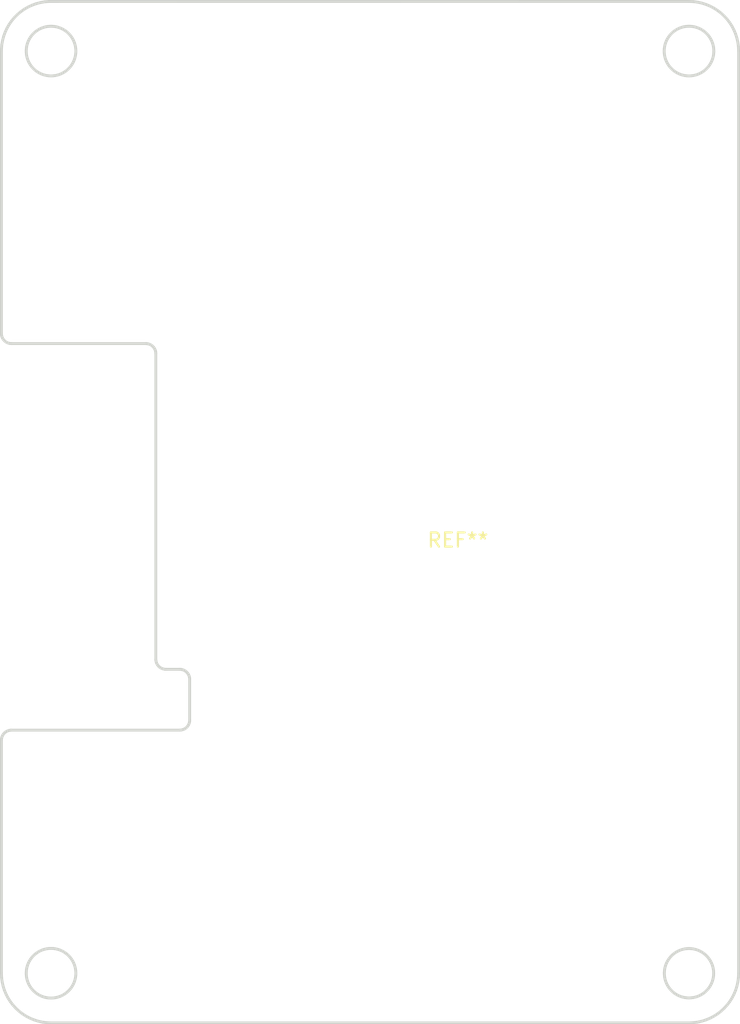
<source format=kicad_pcb>
(kicad_pcb (version 20171130) (host pcbnew "(5.1.9)-1")

  (general
    (thickness 1.6)
    (drawings 0)
    (tracks 0)
    (zones 0)
    (modules 1)
    (nets 1)
  )

  (page A4)
  (layers
    (0 F.Cu signal)
    (31 B.Cu signal)
    (32 B.Adhes user)
    (33 F.Adhes user)
    (34 B.Paste user)
    (35 F.Paste user)
    (36 B.SilkS user)
    (37 F.SilkS user)
    (38 B.Mask user)
    (39 F.Mask user)
    (40 Dwgs.User user)
    (41 Cmts.User user)
    (42 Eco1.User user)
    (43 Eco2.User user)
    (44 Edge.Cuts user)
    (45 Margin user)
    (46 B.CrtYd user)
    (47 F.CrtYd user)
    (48 B.Fab user)
    (49 F.Fab user)
  )

  (setup
    (last_trace_width 0.25)
    (trace_clearance 0.2)
    (zone_clearance 0.508)
    (zone_45_only no)
    (trace_min 0.2)
    (via_size 0.8)
    (via_drill 0.4)
    (via_min_size 0.4)
    (via_min_drill 0.3)
    (uvia_size 0.3)
    (uvia_drill 0.1)
    (uvias_allowed no)
    (uvia_min_size 0.2)
    (uvia_min_drill 0.1)
    (edge_width 0.05)
    (segment_width 0.2)
    (pcb_text_width 0.3)
    (pcb_text_size 1.5 1.5)
    (mod_edge_width 0.12)
    (mod_text_size 1 1)
    (mod_text_width 0.15)
    (pad_size 1.524 1.524)
    (pad_drill 0.762)
    (pad_to_mask_clearance 0)
    (aux_axis_origin 0 0)
    (visible_elements FFFFFF7F)
    (pcbplotparams
      (layerselection 0x010fc_ffffffff)
      (usegerberextensions false)
      (usegerberattributes true)
      (usegerberadvancedattributes true)
      (creategerberjobfile true)
      (excludeedgelayer true)
      (linewidth 0.100000)
      (plotframeref false)
      (viasonmask false)
      (mode 1)
      (useauxorigin false)
      (hpglpennumber 1)
      (hpglpenspeed 20)
      (hpglpendiameter 15.000000)
      (psnegative false)
      (psa4output false)
      (plotreference true)
      (plotvalue true)
      (plotinvisibletext false)
      (padsonsilk false)
      (subtractmaskfromsilk false)
      (outputformat 1)
      (mirror false)
      (drillshape 1)
      (scaleselection 1)
      (outputdirectory ""))
  )

  (net 0 "")

  (net_class Default "This is the default net class."
    (clearance 0.2)
    (trace_width 0.25)
    (via_dia 0.8)
    (via_drill 0.4)
    (uvia_dia 0.3)
    (uvia_drill 0.1)
  )

  (module AVA_top:ava_top_r1 (layer F.Cu) (tedit 6032BBF5) (tstamp 6033900A)
    (at 152.4 101.6)
    (fp_text reference REF** (at 0 0.5) (layer F.SilkS)
      (effects (font (size 1 1) (thickness 0.15)))
    )
    (fp_text value ava_top_r1 (at 0 -0.5) (layer F.Fab)
      (effects (font (size 1 1) (thickness 0.15)))
    )
    (fp_line (start 16.908143 -37.420478) (end 16.605418 -37.460334) (layer Edge.Cuts) (width 0.2))
    (fp_line (start 16.605418 -37.460334) (end 16.300375 -37.473653) (layer Edge.Cuts) (width 0.2))
    (fp_line (start 19.786803 31.331147) (end 19.800121 31.026103) (layer Edge.Cuts) (width 0.2))
    (fp_line (start 16.300375 -37.473653) (end 16.300125 -37.473653) (layer Edge.Cuts) (width 0.2))
    (fp_line (start -31.9888 32.223178) (end -31.871954 32.505269) (layer Edge.Cuts) (width 0.2))
    (fp_line (start 17.779287 34.198181) (end 18.050125 34.057194) (layer Edge.Cuts) (width 0.2))
    (fp_line (start 16.300125 -37.473653) (end -28.852835 -37.470553) (layer Edge.Cuts) (width 0.2))
    (fp_line (start -32.146704 31.633875) (end -32.080616 31.931972) (layer Edge.Cuts) (width 0.2))
    (fp_line (start -28.852835 -37.470553) (end -29.157007 -37.443915) (layer Edge.Cuts) (width 0.2))
    (fp_line (start -29.157007 -37.443915) (end -29.4577 -37.390869) (layer Edge.Cuts) (width 0.2))
    (fp_line (start 16.907893 34.472935) (end 17.20599 34.406847) (layer Edge.Cuts) (width 0.2))
    (fp_line (start 18.774996 33.500978) (end 18.981278 33.27586) (layer Edge.Cuts) (width 0.2))
    (fp_line (start 18.981278 33.27586) (end 19.167156 33.033622) (layer Edge.Cuts) (width 0.2))
    (fp_line (start 19.167156 33.033622) (end 19.331212 32.776103) (layer Edge.Cuts) (width 0.2))
    (fp_line (start 19.589293 -35.170715) (end 19.472446 -35.452809) (layer Edge.Cuts) (width 0.2))
    (fp_line (start 18.775246 -36.448519) (end 18.550128 -36.654803) (layer Edge.Cuts) (width 0.2))
    (fp_line (start 19.331212 32.776103) (end 19.4722 32.505269) (layer Edge.Cuts) (width 0.2))
    (fp_line (start 18.981528 -36.223403) (end 18.775246 -36.448519) (layer Edge.Cuts) (width 0.2))
    (fp_line (start 18.30789 -36.840681) (end 18.050375 -37.004737) (layer Edge.Cuts) (width 0.2))
    (fp_line (start 19.472446 -35.452809) (end 19.331459 -35.723644) (layer Edge.Cuts) (width 0.2))
    (fp_line (start 17.20599 34.406847) (end 17.497196 34.315028) (layer Edge.Cuts) (width 0.2))
    (fp_line (start 17.497196 34.315028) (end 17.779287 34.198181) (layer Edge.Cuts) (width 0.2))
    (fp_line (start -29.004919 34.512788) (end -28.699875 34.526106) (layer Edge.Cuts) (width 0.2))
    (fp_line (start -31.871954 32.505269) (end -31.730963 32.776106) (layer Edge.Cuts) (width 0.2))
    (fp_line (start -32.186557 31.33115) (end -32.146704 31.633875) (layer Edge.Cuts) (width 0.2))
    (fp_line (start -31.17475 33.500981) (end -30.949632 33.707263) (layer Edge.Cuts) (width 0.2))
    (fp_line (start 18.050375 -37.004737) (end 17.779537 -37.145725) (layer Edge.Cuts) (width 0.2))
    (fp_line (start 18.550128 -36.654803) (end 18.30789 -36.840681) (layer Edge.Cuts) (width 0.2))
    (fp_line (start 18.549881 33.70726) (end 18.774996 33.500978) (layer Edge.Cuts) (width 0.2))
    (fp_line (start 19.747193 -34.581412) (end 19.681109 -34.879509) (layer Edge.Cuts) (width 0.2))
    (fp_line (start -29.4577 -37.390869) (end -29.752625 -37.311819) (layer Edge.Cuts) (width 0.2))
    (fp_line (start -29.752625 -37.311819) (end -30.039538 -37.207362) (layer Edge.Cuts) (width 0.2))
    (fp_line (start -30.707394 33.893138) (end -30.449875 34.057194) (layer Edge.Cuts) (width 0.2))
    (fp_line (start -30.039538 -37.207362) (end -30.316257 -37.0783) (layer Edge.Cuts) (width 0.2))
    (fp_line (start -32.080616 31.931972) (end -31.9888 32.223178) (layer Edge.Cuts) (width 0.2))
    (fp_line (start -29.896947 34.315031) (end -29.605741 34.406847) (layer Edge.Cuts) (width 0.2))
    (fp_line (start -31.566907 33.033625) (end -31.381032 33.275863) (layer Edge.Cuts) (width 0.2))
    (fp_line (start 16.300125 34.526106) (end 16.605168 34.512788) (layer Edge.Cuts) (width 0.2))
    (fp_line (start 16.605168 34.512788) (end 16.907893 34.472935) (layer Edge.Cuts) (width 0.2))
    (fp_line (start -31.381032 33.275863) (end -31.17475 33.500981) (layer Edge.Cuts) (width 0.2))
    (fp_line (start 18.050125 34.057194) (end 18.30764 33.893138) (layer Edge.Cuts) (width 0.2))
    (fp_line (start 19.4722 32.505269) (end 19.589046 32.223175) (layer Edge.Cuts) (width 0.2))
    (fp_line (start 19.589046 32.223175) (end 19.680862 31.931969) (layer Edge.Cuts) (width 0.2))
    (fp_line (start -28.699875 34.526106) (end 16.300125 34.526106) (layer Edge.Cuts) (width 0.2))
    (fp_line (start -30.449875 34.057194) (end -30.179038 34.198185) (layer Edge.Cuts) (width 0.2))
    (fp_line (start -30.179038 34.198185) (end -29.896947 34.315031) (layer Edge.Cuts) (width 0.2))
    (fp_line (start 19.680862 31.931969) (end 19.74695 31.633872) (layer Edge.Cuts) (width 0.2))
    (fp_line (start 19.800121 31.026103) (end 19.800125 31.023666) (layer Edge.Cuts) (width 0.2))
    (fp_line (start 19.800125 31.023666) (end 19.800365 -33.973644) (layer Edge.Cuts) (width 0.2))
    (fp_line (start -32.199875 31.026106) (end -32.186557 31.33115) (layer Edge.Cuts) (width 0.2))
    (fp_line (start -29.605741 34.406847) (end -29.307644 34.472935) (layer Edge.Cuts) (width 0.2))
    (fp_line (start -30.949632 33.707263) (end -30.707394 33.893138) (layer Edge.Cuts) (width 0.2))
    (fp_line (start -29.307644 34.472935) (end -29.004919 34.512788) (layer Edge.Cuts) (width 0.2))
    (fp_line (start -31.730963 32.776106) (end -31.566907 33.033625) (layer Edge.Cuts) (width 0.2))
    (fp_line (start 18.30764 33.893138) (end 18.549881 33.70726) (layer Edge.Cuts) (width 0.2))
    (fp_line (start 19.800365 -33.973644) (end 19.787046 -34.278687) (layer Edge.Cuts) (width 0.2))
    (fp_line (start 19.681109 -34.879509) (end 19.589293 -35.170715) (layer Edge.Cuts) (width 0.2))
    (fp_line (start 19.787046 -34.278687) (end 19.747193 -34.581412) (layer Edge.Cuts) (width 0.2))
    (fp_line (start 19.74695 31.633872) (end 19.786803 31.331147) (layer Edge.Cuts) (width 0.2))
    (fp_line (start 19.331459 -35.723644) (end 19.167403 -35.981162) (layer Edge.Cuts) (width 0.2))
    (fp_line (start 19.167403 -35.981162) (end 18.981528 -36.223403) (layer Edge.Cuts) (width 0.2))
    (fp_line (start 17.779537 -37.145725) (end 17.497443 -37.262575) (layer Edge.Cuts) (width 0.2))
    (fp_line (start 17.497443 -37.262575) (end 17.20624 -37.35439) (layer Edge.Cuts) (width 0.2))
    (fp_line (start 17.20624 -37.35439) (end 16.908143 -37.420478) (layer Edge.Cuts) (width 0.2))
    (fp_line (start -32.133625 -13.764465) (end -32.105141 -13.70975) (layer Edge.Cuts) (width 0.2))
    (fp_line (start -32.189132 -13.940515) (end -32.175782 -13.88029) (layer Edge.Cuts) (width 0.2))
    (fp_line (start -30.580672 -36.925609) (end -30.830772 -36.750456) (layer Edge.Cuts) (width 0.2))
    (fp_line (start -31.898347 -13.484072) (end -31.846322 -13.450928) (layer Edge.Cuts) (width 0.2))
    (fp_line (start -30.316257 -37.0783) (end -30.580672 -36.925609) (layer Edge.Cuts) (width 0.2))
    (fp_line (start -31.554394 -13.358884) (end -31.492766 -13.356194) (layer Edge.Cuts) (width 0.2))
    (fp_line (start -32.037975 -35.026087) (end -32.116979 -34.731147) (layer Edge.Cuts) (width 0.2))
    (fp_line (start -31.615554 -13.366937) (end -31.554394 -13.358884) (layer Edge.Cuts) (width 0.2))
    (fp_line (start -21.891969 -13.34545) (end -21.831744 -13.332097) (layer Edge.Cuts) (width 0.2))
    (fp_line (start -21.283563 9.07931) (end -21.265013 9.138144) (layer Edge.Cuts) (width 0.2))
    (fp_line (start -21.265013 9.138144) (end -21.241407 9.195135) (layer Edge.Cuts) (width 0.2))
    (fp_line (start -22.014757 -13.356194) (end -21.953129 -13.353503) (layer Edge.Cuts) (width 0.2))
    (fp_line (start -21.241407 9.195135) (end -21.212922 9.24985) (layer Edge.Cuts) (width 0.2))
    (fp_line (start -21.307657 8.896297) (end -21.304966 8.957925) (layer Edge.Cuts) (width 0.2))
    (fp_line (start -21.179779 9.301878) (end -21.142225 9.350819) (layer Edge.Cuts) (width 0.2))
    (fp_line (start -21.953129 -13.353503) (end -21.891969 -13.34545) (layer Edge.Cuts) (width 0.2))
    (fp_line (start -31.933569 -35.313019) (end -32.037975 -35.026087) (layer Edge.Cuts) (width 0.2))
    (fp_line (start -21.560238 -13.190759) (end -21.51476 -13.149081) (layer Edge.Cuts) (width 0.2))
    (fp_line (start -32.175782 -13.88029) (end -32.157232 -13.821456) (layer Edge.Cuts) (width 0.2))
    (fp_line (start -31.476791 -36.104328) (end -31.651904 -35.854197) (layer Edge.Cuts) (width 0.2))
    (fp_line (start -21.51476 -13.149081) (end -21.473085 -13.103603) (layer Edge.Cuts) (width 0.2))
    (fp_line (start -21.715922 -13.28994) (end -21.661204 -13.261456) (layer Edge.Cuts) (width 0.2))
    (fp_line (start -31.280544 -36.338247) (end -31.476791 -36.104328) (layer Edge.Cuts) (width 0.2))
    (fp_line (start -32.199875 -14.063303) (end -32.197185 -14.001675) (layer Edge.Cuts) (width 0.2))
    (fp_line (start -31.80455 -35.589756) (end -31.933569 -35.313019) (layer Edge.Cuts) (width 0.2))
    (fp_line (start -31.734613 -13.398837) (end -31.675779 -13.380287) (layer Edge.Cuts) (width 0.2))
    (fp_line (start -21.402388 -13.002634) (end -21.373904 -12.947919) (layer Edge.Cuts) (width 0.2))
    (fp_line (start -31.947288 -13.521625) (end -31.898347 -13.484072) (layer Edge.Cuts) (width 0.2))
    (fp_line (start -21.350297 -12.890925) (end -21.33175 -12.832094) (layer Edge.Cuts) (width 0.2))
    (fp_line (start -21.318397 -12.771869) (end -21.310347 -12.710709) (layer Edge.Cuts) (width 0.2))
    (fp_line (start -21.435532 -13.054662) (end -21.402388 -13.002634) (layer Edge.Cuts) (width 0.2))
    (fp_line (start -21.307657 -12.649084) (end -21.307657 8.896297) (layer Edge.Cuts) (width 0.2))
    (fp_line (start -31.651904 -35.854197) (end -31.80455 -35.589756) (layer Edge.Cuts) (width 0.2))
    (fp_line (start -30.830772 -36.750456) (end -31.06466 -36.554169) (layer Edge.Cuts) (width 0.2))
    (fp_line (start -32.071997 -13.657722) (end -32.034444 -13.608781) (layer Edge.Cuts) (width 0.2))
    (fp_line (start -31.675779 -13.380287) (end -31.615554 -13.366937) (layer Edge.Cuts) (width 0.2))
    (fp_line (start -21.33175 -12.832094) (end -21.318397 -12.771869) (layer Edge.Cuts) (width 0.2))
    (fp_line (start -21.304966 8.957925) (end -21.296913 9.019085) (layer Edge.Cuts) (width 0.2))
    (fp_line (start -31.992769 -13.5633) (end -31.947288 -13.521625) (layer Edge.Cuts) (width 0.2))
    (fp_line (start -21.212922 9.24985) (end -21.179779 9.301878) (layer Edge.Cuts) (width 0.2))
    (fp_line (start -21.10055 9.3963) (end -21.055069 9.437975) (layer Edge.Cuts) (width 0.2))
    (fp_line (start -32.034444 -13.608781) (end -31.992769 -13.5633) (layer Edge.Cuts) (width 0.2))
    (fp_line (start -21.055069 9.437975) (end -21.006129 9.475528) (layer Edge.Cuts) (width 0.2))
    (fp_line (start -32.169972 -34.430447) (end -32.19656 -34.126272) (layer Edge.Cuts) (width 0.2))
    (fp_line (start -31.791604 -13.422444) (end -31.734613 -13.398837) (layer Edge.Cuts) (width 0.2))
    (fp_line (start -21.831744 -13.332097) (end -21.772913 -13.313547) (layer Edge.Cuts) (width 0.2))
    (fp_line (start -32.105141 -13.70975) (end -32.071997 -13.657722) (layer Edge.Cuts) (width 0.2))
    (fp_line (start -31.06466 -36.554169) (end -31.280544 -36.338247) (layer Edge.Cuts) (width 0.2))
    (fp_line (start -32.116979 -34.731147) (end -32.169972 -34.430447) (layer Edge.Cuts) (width 0.2))
    (fp_line (start -32.199875 -33.973894) (end -32.199875 -14.063303) (layer Edge.Cuts) (width 0.2))
    (fp_line (start -32.19656 -34.126272) (end -32.199875 -33.973894) (layer Edge.Cuts) (width 0.2))
    (fp_line (start -21.661204 -13.261456) (end -21.609179 -13.228312) (layer Edge.Cuts) (width 0.2))
    (fp_line (start -32.157232 -13.821456) (end -32.133625 -13.764465) (layer Edge.Cuts) (width 0.2))
    (fp_line (start -21.609179 -13.228312) (end -21.560238 -13.190759) (layer Edge.Cuts) (width 0.2))
    (fp_line (start -21.373904 -12.947919) (end -21.350297 -12.890925) (layer Edge.Cuts) (width 0.2))
    (fp_line (start -21.310347 -12.710709) (end -21.307657 -12.649084) (layer Edge.Cuts) (width 0.2))
    (fp_line (start -31.492766 -13.356194) (end -22.014757 -13.356194) (layer Edge.Cuts) (width 0.2))
    (fp_line (start -21.772913 -13.313547) (end -21.715922 -13.28994) (layer Edge.Cuts) (width 0.2))
    (fp_line (start -21.473085 -13.103603) (end -21.435532 -13.054662) (layer Edge.Cuts) (width 0.2))
    (fp_line (start -21.296913 9.019085) (end -21.283563 9.07931) (layer Edge.Cuts) (width 0.2))
    (fp_line (start -21.142225 9.350819) (end -21.10055 9.3963) (layer Edge.Cuts) (width 0.2))
    (fp_line (start -32.197185 -14.001675) (end -32.189132 -13.940515) (layer Edge.Cuts) (width 0.2))
    (fp_line (start -31.846322 -13.450928) (end -31.791604 -13.422444) (layer Edge.Cuts) (width 0.2))
    (fp_line (start -21.006129 9.475528) (end -20.954104 9.508672) (layer Edge.Cuts) (width 0.2))
    (fp_line (start -31.554394 13.894056) (end -31.615554 13.90211) (layer Edge.Cuts) (width 0.2))
    (fp_line (start -19.327688 13.825119) (end -19.384682 13.848725) (layer Edge.Cuts) (width 0.2))
    (fp_line (start -18.93016 10.187728) (end -18.922107 10.248888) (layer Edge.Cuts) (width 0.2))
    (fp_line (start -18.922107 13.245894) (end -18.93016 13.307053) (layer Edge.Cuts) (width 0.2))
    (fp_line (start -31.734613 13.93401) (end -31.791604 13.957616) (layer Edge.Cuts) (width 0.2))
    (fp_line (start -31.846319 13.9861) (end -31.898347 14.019244) (layer Edge.Cuts) (width 0.2))
    (fp_line (start -19.327688 9.669656) (end -19.272972 9.698141) (layer Edge.Cuts) (width 0.2))
    (fp_line (start -18.919416 10.310516) (end -18.919416 13.184266) (layer Edge.Cuts) (width 0.2))
    (fp_line (start -31.675779 13.91546) (end -31.734613 13.93401) (layer Edge.Cuts) (width 0.2))
    (fp_line (start -31.947288 14.056797) (end -31.992769 14.098472) (layer Edge.Cuts) (width 0.2))
    (fp_line (start -18.94351 10.127503) (end -18.93016 10.187728) (layer Edge.Cuts) (width 0.2))
    (fp_line (start -32.071997 14.192894) (end -32.105141 14.244919) (layer Edge.Cuts) (width 0.2))
    (fp_line (start -19.384682 13.848725) (end -19.443513 13.867275) (layer Edge.Cuts) (width 0.2))
    (fp_line (start -31.992769 14.098472) (end -32.034444 14.143953) (layer Edge.Cuts) (width 0.2))
    (fp_line (start -32.034444 14.143953) (end -32.071997 14.192894) (layer Edge.Cuts) (width 0.2))
    (fp_line (start -32.105141 14.244919) (end -32.133625 14.299638) (layer Edge.Cuts) (width 0.2))
    (fp_line (start -18.985669 13.4831) (end -19.01415 13.537819) (layer Edge.Cuts) (width 0.2))
    (fp_line (start -19.626525 9.603406) (end -19.564897 9.606097) (layer Edge.Cuts) (width 0.2))
    (fp_line (start -19.01415 13.537819) (end -19.047297 13.589844) (layer Edge.Cuts) (width 0.2))
    (fp_line (start -19.503738 9.61415) (end -19.443513 9.6275) (layer Edge.Cuts) (width 0.2))
    (fp_line (start -18.94351 13.367278) (end -18.96206 13.42611) (layer Edge.Cuts) (width 0.2))
    (fp_line (start -19.564897 13.888678) (end -19.626525 13.891366) (layer Edge.Cuts) (width 0.2))
    (fp_line (start -20.662175 9.600716) (end -20.600544 9.603406) (layer Edge.Cuts) (width 0.2))
    (fp_line (start -19.626525 13.891366) (end -31.492766 13.891366) (layer Edge.Cuts) (width 0.2))
    (fp_line (start -31.615554 13.90211) (end -31.675779 13.91546) (layer Edge.Cuts) (width 0.2))
    (fp_line (start -31.898347 14.019244) (end -31.947288 14.056797) (layer Edge.Cuts) (width 0.2))
    (fp_line (start -19.172004 9.768838) (end -19.126522 9.810513) (layer Edge.Cuts) (width 0.2))
    (fp_line (start -18.919416 13.184266) (end -18.922107 13.245894) (layer Edge.Cuts) (width 0.2))
    (fp_line (start -18.96206 10.068669) (end -18.94351 10.127503) (layer Edge.Cuts) (width 0.2))
    (fp_line (start -20.954104 9.508672) (end -20.899385 9.537156) (layer Edge.Cuts) (width 0.2))
    (fp_line (start -19.220944 13.763491) (end -19.272972 13.796638) (layer Edge.Cuts) (width 0.2))
    (fp_line (start -32.133625 14.299638) (end -32.157232 14.356628) (layer Edge.Cuts) (width 0.2))
    (fp_line (start -32.157232 14.356628) (end -32.175782 14.415463) (layer Edge.Cuts) (width 0.2))
    (fp_line (start -19.126522 9.810513) (end -19.084847 9.855994) (layer Edge.Cuts) (width 0.2))
    (fp_line (start -18.985666 10.011678) (end -18.96206 10.068669) (layer Edge.Cuts) (width 0.2))
    (fp_line (start -19.384679 9.64605) (end -19.327688 9.669656) (layer Edge.Cuts) (width 0.2))
    (fp_line (start -32.175782 14.415463) (end -32.189132 14.475688) (layer Edge.Cuts) (width 0.2))
    (fp_line (start -32.189132 14.475688) (end -32.197185 14.536847) (layer Edge.Cuts) (width 0.2))
    (fp_line (start -31.492766 13.891366) (end -31.554394 13.894056) (layer Edge.Cuts) (width 0.2))
    (fp_line (start -18.96206 13.42611) (end -18.985669 13.4831) (layer Edge.Cuts) (width 0.2))
    (fp_line (start -19.272972 13.796638) (end -19.327688 13.825119) (layer Edge.Cuts) (width 0.2))
    (fp_line (start -32.199875 14.598475) (end -32.199875 31.026106) (layer Edge.Cuts) (width 0.2))
    (fp_line (start -20.842394 9.560763) (end -20.78356 9.579313) (layer Edge.Cuts) (width 0.2))
    (fp_line (start -19.443513 9.6275) (end -19.384679 9.64605) (layer Edge.Cuts) (width 0.2))
    (fp_line (start -19.220944 9.731285) (end -19.172004 9.768838) (layer Edge.Cuts) (width 0.2))
    (fp_line (start -19.564897 9.606097) (end -19.503738 9.61415) (layer Edge.Cuts) (width 0.2))
    (fp_line (start -19.01415 9.95696) (end -18.985666 10.011678) (layer Edge.Cuts) (width 0.2))
    (fp_line (start -31.791604 13.957616) (end -31.846319 13.9861) (layer Edge.Cuts) (width 0.2))
    (fp_line (start -32.197185 14.536847) (end -32.199875 14.598475) (layer Edge.Cuts) (width 0.2))
    (fp_line (start -19.08485 13.638785) (end -19.126525 13.684266) (layer Edge.Cuts) (width 0.2))
    (fp_line (start -20.723335 9.592663) (end -20.662175 9.600716) (layer Edge.Cuts) (width 0.2))
    (fp_line (start -20.78356 9.579313) (end -20.723335 9.592663) (layer Edge.Cuts) (width 0.2))
    (fp_line (start -19.047297 13.589844) (end -19.08485 13.638785) (layer Edge.Cuts) (width 0.2))
    (fp_line (start -20.899385 9.537156) (end -20.842394 9.560763) (layer Edge.Cuts) (width 0.2))
    (fp_line (start -20.600544 9.603406) (end -19.626525 9.603406) (layer Edge.Cuts) (width 0.2))
    (fp_line (start -19.047294 9.904935) (end -19.01415 9.95696) (layer Edge.Cuts) (width 0.2))
    (fp_line (start -19.084847 9.855994) (end -19.047294 9.904935) (layer Edge.Cuts) (width 0.2))
    (fp_line (start -18.922107 10.248888) (end -18.919416 10.310516) (layer Edge.Cuts) (width 0.2))
    (fp_line (start -18.93016 13.307053) (end -18.94351 13.367278) (layer Edge.Cuts) (width 0.2))
    (fp_line (start -19.126525 13.684266) (end -19.172007 13.725941) (layer Edge.Cuts) (width 0.2))
    (fp_line (start -19.172007 13.725941) (end -19.220944 13.763491) (layer Edge.Cuts) (width 0.2))
    (fp_line (start -19.272972 9.698141) (end -19.220944 9.731285) (layer Edge.Cuts) (width 0.2))
    (fp_line (start -19.443513 13.867275) (end -19.503738 13.880628) (layer Edge.Cuts) (width 0.2))
    (fp_line (start -19.503738 13.880628) (end -19.564897 13.888678) (layer Edge.Cuts) (width 0.2))
    (fp_line (start 15.9048 29.330653) (end 15.794759 29.360138) (layer Edge.Cuts) (width 0.2))
    (fp_line (start 17.778528 30.106775) (end 17.715234 30.012053) (layer Edge.Cuts) (width 0.2))
    (fp_line (start 17.83549 30.205438) (end 17.778528 30.106775) (layer Edge.Cuts) (width 0.2))
    (fp_line (start -32.199875 31.026106) (end -32.199875 31.026106) (layer Edge.Cuts) (width 0.2))
    (fp_line (start 17.885878 30.307613) (end 17.83549 30.205438) (layer Edge.Cuts) (width 0.2))
    (fp_line (start 17.645884 29.921672) (end 17.570768 29.836019) (layer Edge.Cuts) (width 0.2))
    (fp_line (start 16.69545 29.330653) (end 16.583715 29.308428) (layer Edge.Cuts) (width 0.2))
    (fp_line (start 16.583715 29.308428) (end 16.470765 29.293556) (layer Edge.Cuts) (width 0.2))
    (fp_line (start 15.479456 29.490741) (end 15.380793 29.547703) (layer Edge.Cuts) (width 0.2))
    (fp_line (start 18.040125 30.969144) (end 18.032675 30.855466) (layer Edge.Cuts) (width 0.2))
    (fp_line (start 16.357087 29.286106) (end 16.243162 29.286106) (layer Edge.Cuts) (width 0.2))
    (fp_line (start 14.560125 30.969144) (end 14.560125 31.083069) (layer Edge.Cuts) (width 0.2))
    (fp_line (start 14.560125 31.083069) (end 14.567575 31.196747) (layer Edge.Cuts) (width 0.2))
    (fp_line (start 16.243162 29.286106) (end 16.129484 29.293556) (layer Edge.Cuts) (width 0.2))
    (fp_line (start 16.80549 29.360138) (end 16.69545 29.330653) (layer Edge.Cuts) (width 0.2))
    (fp_line (start 18.017803 30.742516) (end 17.995578 30.630781) (layer Edge.Cuts) (width 0.2))
    (fp_line (start 17.715234 30.012053) (end 17.645884 29.921672) (layer Edge.Cuts) (width 0.2))
    (fp_line (start 16.470765 29.293556) (end 16.357087 29.286106) (layer Edge.Cuts) (width 0.2))
    (fp_line (start 15.286071 29.610997) (end 15.19569 29.680347) (layer Edge.Cuts) (width 0.2))
    (fp_line (start 14.954365 29.921672) (end 14.885015 30.012053) (layer Edge.Cuts) (width 0.2))
    (fp_line (start 14.885015 30.012053) (end 14.821721 30.106775) (layer Edge.Cuts) (width 0.2))
    (fp_line (start 14.764759 30.205438) (end 14.714371 30.307613) (layer Edge.Cuts) (width 0.2))
    (fp_line (start 15.794759 29.360138) (end 15.686881 29.396756) (layer Edge.Cuts) (width 0.2))
    (fp_line (start 15.581631 29.440353) (end 15.479456 29.490741) (layer Edge.Cuts) (width 0.2))
    (fp_line (start 14.714371 30.307613) (end 14.670775 30.412863) (layer Edge.Cuts) (width 0.2))
    (fp_line (start 15.110037 29.755463) (end 15.029481 29.836019) (layer Edge.Cuts) (width 0.2))
    (fp_line (start 17.314178 29.610997) (end 17.219456 29.547703) (layer Edge.Cuts) (width 0.2))
    (fp_line (start 14.821721 30.106775) (end 14.764759 30.205438) (layer Edge.Cuts) (width 0.2))
    (fp_line (start 17.018618 29.440353) (end 16.913368 29.396756) (layer Edge.Cuts) (width 0.2))
    (fp_line (start 14.582446 31.309697) (end 14.604671 31.421431) (layer Edge.Cuts) (width 0.2))
    (fp_line (start 14.714371 31.7446) (end 14.764759 31.846775) (layer Edge.Cuts) (width 0.2))
    (fp_line (start 14.764759 31.846775) (end 14.821721 31.945438) (layer Edge.Cuts) (width 0.2))
    (fp_line (start 14.954365 32.130541) (end 15.029481 32.216194) (layer Edge.Cuts) (width 0.2))
    (fp_line (start 17.966093 30.520741) (end 17.929475 30.412863) (layer Edge.Cuts) (width 0.2))
    (fp_line (start 15.19569 29.680347) (end 15.110037 29.755463) (layer Edge.Cuts) (width 0.2))
    (fp_line (start 17.219456 29.547703) (end 17.120793 29.490741) (layer Edge.Cuts) (width 0.2))
    (fp_line (start 16.016534 29.308428) (end 15.9048 29.330653) (layer Edge.Cuts) (width 0.2))
    (fp_line (start 18.032675 30.855466) (end 18.017803 30.742516) (layer Edge.Cuts) (width 0.2))
    (fp_line (start 14.634156 31.531472) (end 14.670775 31.63935) (layer Edge.Cuts) (width 0.2))
    (fp_line (start 14.604671 31.421431) (end 14.634156 31.531472) (layer Edge.Cuts) (width 0.2))
    (fp_line (start 14.670775 31.63935) (end 14.714371 31.7446) (layer Edge.Cuts) (width 0.2))
    (fp_line (start 14.821721 31.945438) (end 14.885015 32.04016) (layer Edge.Cuts) (width 0.2))
    (fp_line (start 17.929475 30.412863) (end 17.885878 30.307613) (layer Edge.Cuts) (width 0.2))
    (fp_line (start 15.029481 29.836019) (end 14.954365 29.921672) (layer Edge.Cuts) (width 0.2))
    (fp_line (start 14.567575 30.855466) (end 14.560125 30.969144) (layer Edge.Cuts) (width 0.2))
    (fp_line (start 14.670775 30.412863) (end 14.634156 30.520741) (layer Edge.Cuts) (width 0.2))
    (fp_line (start 14.567575 31.196747) (end 14.582446 31.309697) (layer Edge.Cuts) (width 0.2))
    (fp_line (start 14.885015 32.04016) (end 14.954365 32.130541) (layer Edge.Cuts) (width 0.2))
    (fp_line (start 17.570768 29.836019) (end 17.490212 29.755463) (layer Edge.Cuts) (width 0.2))
    (fp_line (start 15.029481 32.216194) (end 15.110037 32.29675) (layer Edge.Cuts) (width 0.2))
    (fp_line (start 15.110037 32.29675) (end 15.19569 32.371866) (layer Edge.Cuts) (width 0.2))
    (fp_line (start 15.19569 32.371866) (end 15.286071 32.441216) (layer Edge.Cuts) (width 0.2))
    (fp_line (start 14.634156 30.520741) (end 14.604671 30.630781) (layer Edge.Cuts) (width 0.2))
    (fp_line (start 18.040125 31.083069) (end 18.040125 30.969144) (layer Edge.Cuts) (width 0.2))
    (fp_line (start 16.129484 29.293556) (end 16.016534 29.308428) (layer Edge.Cuts) (width 0.2))
    (fp_line (start 17.490212 29.755463) (end 17.404559 29.680347) (layer Edge.Cuts) (width 0.2))
    (fp_line (start 14.582446 30.742516) (end 14.567575 30.855466) (layer Edge.Cuts) (width 0.2))
    (fp_line (start 17.404559 29.680347) (end 17.314178 29.610997) (layer Edge.Cuts) (width 0.2))
    (fp_line (start 14.604671 30.630781) (end 14.582446 30.742516) (layer Edge.Cuts) (width 0.2))
    (fp_line (start 17.120793 29.490741) (end 17.018618 29.440353) (layer Edge.Cuts) (width 0.2))
    (fp_line (start 15.686881 29.396756) (end 15.581631 29.440353) (layer Edge.Cuts) (width 0.2))
    (fp_line (start 17.995578 30.630781) (end 17.966093 30.520741) (layer Edge.Cuts) (width 0.2))
    (fp_line (start 16.913368 29.396756) (end 16.80549 29.360138) (layer Edge.Cuts) (width 0.2))
    (fp_line (start 15.380793 29.547703) (end 15.286071 29.610997) (layer Edge.Cuts) (width 0.2))
    (fp_line (start 16.470765 32.758656) (end 16.583715 32.743785) (layer Edge.Cuts) (width 0.2))
    (fp_line (start 16.129484 32.758656) (end 16.243162 32.766106) (layer Edge.Cuts) (width 0.2))
    (fp_line (start 15.380793 32.50451) (end 15.479456 32.561472) (layer Edge.Cuts) (width 0.2))
    (fp_line (start 17.120793 32.561472) (end 17.219456 32.50451) (layer Edge.Cuts) (width 0.2))
    (fp_line (start 17.570768 32.216194) (end 17.645884 32.130541) (layer Edge.Cuts) (width 0.2))
    (fp_line (start 15.286071 32.441216) (end 15.380793 32.50451) (layer Edge.Cuts) (width 0.2))
    (fp_line (start 17.645884 32.130541) (end 17.715234 32.04016) (layer Edge.Cuts) (width 0.2))
    (fp_line (start 16.243162 32.766106) (end 16.357087 32.766106) (layer Edge.Cuts) (width 0.2))
    (fp_line (start 17.778528 31.945438) (end 17.83549 31.846775) (layer Edge.Cuts) (width 0.2))
    (fp_line (start 17.83549 31.846775) (end 17.885878 31.7446) (layer Edge.Cuts) (width 0.2))
    (fp_line (start 15.9048 32.72156) (end 16.016534 32.743785) (layer Edge.Cuts) (width 0.2))
    (fp_line (start 17.885878 31.7446) (end 17.929475 31.63935) (layer Edge.Cuts) (width 0.2))
    (fp_line (start 17.404559 32.371866) (end 17.490212 32.29675) (layer Edge.Cuts) (width 0.2))
    (fp_line (start 18.017803 31.309697) (end 18.032675 31.196747) (layer Edge.Cuts) (width 0.2))
    (fp_line (start 17.018618 32.61186) (end 17.120793 32.561472) (layer Edge.Cuts) (width 0.2))
    (fp_line (start 18.040125 31.083069) (end 18.040125 31.083069) (layer Edge.Cuts) (width 0.2))
    (fp_line (start -26.949875 31.083397) (end -26.949875 30.968816) (layer Edge.Cuts) (width 0.2))
    (fp_line (start -26.949875 30.968816) (end -26.957369 30.854485) (layer Edge.Cuts) (width 0.2))
    (fp_line (start 16.69545 32.72156) (end 16.80549 32.692075) (layer Edge.Cuts) (width 0.2))
    (fp_line (start 17.490212 32.29675) (end 17.570768 32.216194) (layer Edge.Cuts) (width 0.2))
    (fp_line (start -26.957369 30.854485) (end -26.972325 30.740888) (layer Edge.Cuts) (width 0.2))
    (fp_line (start -26.972325 30.740888) (end -26.994679 30.62851) (layer Edge.Cuts) (width 0.2))
    (fp_line (start -27.024332 30.517835) (end -27.061163 30.409338) (layer Edge.Cuts) (width 0.2))
    (fp_line (start 16.913368 32.655456) (end 17.018618 32.61186) (layer Edge.Cuts) (width 0.2))
    (fp_line (start -27.061163 30.409338) (end -27.10501 30.303481) (layer Edge.Cuts) (width 0.2))
    (fp_line (start 16.80549 32.692075) (end 16.913368 32.655456) (layer Edge.Cuts) (width 0.2))
    (fp_line (start -26.994679 30.62851) (end -27.024332 30.517835) (layer Edge.Cuts) (width 0.2))
    (fp_line (start 15.581631 32.61186) (end 15.686881 32.655456) (layer Edge.Cuts) (width 0.2))
    (fp_line (start 17.314178 32.441216) (end 17.404559 32.371866) (layer Edge.Cuts) (width 0.2))
    (fp_line (start 17.929475 31.63935) (end 17.966093 31.531472) (layer Edge.Cuts) (width 0.2))
    (fp_line (start 16.583715 32.743785) (end 16.69545 32.72156) (layer Edge.Cuts) (width 0.2))
    (fp_line (start -27.10501 30.303481) (end -27.155688 30.200719) (layer Edge.Cuts) (width 0.2))
    (fp_line (start 15.479456 32.561472) (end 15.581631 32.61186) (layer Edge.Cuts) (width 0.2))
    (fp_line (start 15.794759 32.692075) (end 15.9048 32.72156) (layer Edge.Cuts) (width 0.2))
    (fp_line (start 15.686881 32.655456) (end 15.794759 32.692075) (layer Edge.Cuts) (width 0.2))
    (fp_line (start -27.212975 30.101494) (end -27.276632 30.006225) (layer Edge.Cuts) (width 0.2))
    (fp_line (start 16.357087 32.766106) (end 16.470765 32.758656) (layer Edge.Cuts) (width 0.2))
    (fp_line (start -27.276632 30.006225) (end -27.346382 29.915322) (layer Edge.Cuts) (width 0.2))
    (fp_line (start -27.346382 29.915322) (end -27.421929 29.829178) (layer Edge.Cuts) (width 0.2))
    (fp_line (start -27.421929 29.829178) (end -27.502947 29.74816) (layer Edge.Cuts) (width 0.2))
    (fp_line (start 17.715234 32.04016) (end 17.778528 31.945438) (layer Edge.Cuts) (width 0.2))
    (fp_line (start 17.966093 31.531472) (end 17.995578 31.421431) (layer Edge.Cuts) (width 0.2))
    (fp_line (start -27.155688 30.200719) (end -27.212975 30.101494) (layer Edge.Cuts) (width 0.2))
    (fp_line (start -27.502947 29.74816) (end -27.589091 29.672613) (layer Edge.Cuts) (width 0.2))
    (fp_line (start 17.995578 31.421431) (end 18.017803 31.309697) (layer Edge.Cuts) (width 0.2))
    (fp_line (start 16.016534 32.743785) (end 16.129484 32.758656) (layer Edge.Cuts) (width 0.2))
    (fp_line (start 17.219456 32.50451) (end 17.314178 32.441216) (layer Edge.Cuts) (width 0.2))
    (fp_line (start 18.032675 31.196747) (end 18.040125 31.083069) (layer Edge.Cuts) (width 0.2))
    (fp_line (start -27.775263 29.539206) (end -27.874488 29.481919) (layer Edge.Cuts) (width 0.2))
    (fp_line (start -27.874488 29.481919) (end -27.97725 29.431241) (layer Edge.Cuts) (width 0.2))
    (fp_line (start -27.97725 29.431241) (end -28.083107 29.387394) (layer Edge.Cuts) (width 0.2))
    (fp_line (start -28.871497 29.2836) (end -28.985094 29.298556) (layer Edge.Cuts) (width 0.2))
    (fp_line (start -30.427425 30.740888) (end -30.442382 30.854485) (layer Edge.Cuts) (width 0.2))
    (fp_line (start -28.642585 29.276106) (end -28.757166 29.276106) (layer Edge.Cuts) (width 0.2))
    (fp_line (start -30.294741 31.748731) (end -30.244063 31.851494) (layer Edge.Cuts) (width 0.2))
    (fp_line (start -27.589091 29.672613) (end -27.679994 29.602863) (layer Edge.Cuts) (width 0.2))
    (fp_line (start -30.338588 30.409338) (end -30.375419 30.517835) (layer Edge.Cuts) (width 0.2))
    (fp_line (start -30.442382 31.197728) (end -30.427425 31.311325) (layer Edge.Cuts) (width 0.2))
    (fp_line (start -30.427425 31.311325) (end -30.405072 31.423703) (layer Edge.Cuts) (width 0.2))
    (fp_line (start -30.405072 31.423703) (end -30.375419 31.534378) (layer Edge.Cuts) (width 0.2))
    (fp_line (start -30.375419 31.534378) (end -30.338588 31.642875) (layer Edge.Cuts) (width 0.2))
    (fp_line (start -30.244063 31.851494) (end -30.186775 31.950719) (layer Edge.Cuts) (width 0.2))
    (fp_line (start -30.186775 31.950719) (end -30.123119 32.045988) (layer Edge.Cuts) (width 0.2))
    (fp_line (start -30.375419 30.517835) (end -30.405072 30.62851) (layer Edge.Cuts) (width 0.2))
    (fp_line (start -30.123119 30.006225) (end -30.186775 30.101494) (layer Edge.Cuts) (width 0.2))
    (fp_line (start -28.985094 29.298556) (end -29.097472 29.32091) (layer Edge.Cuts) (width 0.2))
    (fp_line (start -27.679994 29.602863) (end -27.775263 29.539206) (layer Edge.Cuts) (width 0.2))
    (fp_line (start -28.302279 29.32091) (end -28.414657 29.298556) (layer Edge.Cuts) (width 0.2))
    (fp_line (start -28.528254 29.2836) (end -28.642585 29.276106) (layer Edge.Cuts) (width 0.2))
    (fp_line (start -29.4225 29.431241) (end -29.525263 29.481919) (layer Edge.Cuts) (width 0.2))
    (fp_line (start -30.405072 30.62851) (end -30.427425 30.740888) (layer Edge.Cuts) (width 0.2))
    (fp_line (start -29.624488 29.539206) (end -29.719757 29.602863) (layer Edge.Cuts) (width 0.2))
    (fp_line (start -30.449875 31.083397) (end -30.442382 31.197728) (layer Edge.Cuts) (width 0.2))
    (fp_line (start -28.757166 29.276106) (end -28.871497 29.2836) (layer Edge.Cuts) (width 0.2))
    (fp_line (start -29.896804 29.74816) (end -29.977822 29.829178) (layer Edge.Cuts) (width 0.2))
    (fp_line (start -29.208147 29.350563) (end -29.316644 29.387394) (layer Edge.Cuts) (width 0.2))
    (fp_line (start -30.244063 30.200719) (end -30.294741 30.303481) (layer Edge.Cuts) (width 0.2))
    (fp_line (start -30.294741 30.303481) (end -30.338588 30.409338) (layer Edge.Cuts) (width 0.2))
    (fp_line (start -29.316644 29.387394) (end -29.4225 29.431241) (layer Edge.Cuts) (width 0.2))
    (fp_line (start -28.191604 29.350563) (end -28.302279 29.32091) (layer Edge.Cuts) (width 0.2))
    (fp_line (start -29.719757 29.602863) (end -29.81066 29.672613) (layer Edge.Cuts) (width 0.2))
    (fp_line (start -29.81066 29.672613) (end -29.896804 29.74816) (layer Edge.Cuts) (width 0.2))
    (fp_line (start -30.186775 30.101494) (end -30.244063 30.200719) (layer Edge.Cuts) (width 0.2))
    (fp_line (start -28.414657 29.298556) (end -28.528254 29.2836) (layer Edge.Cuts) (width 0.2))
    (fp_line (start -29.525263 29.481919) (end -29.624488 29.539206) (layer Edge.Cuts) (width 0.2))
    (fp_line (start -29.977822 29.829178) (end -30.053369 29.915322) (layer Edge.Cuts) (width 0.2))
    (fp_line (start -28.083107 29.387394) (end -28.191604 29.350563) (layer Edge.Cuts) (width 0.2))
    (fp_line (start -29.097472 29.32091) (end -29.208147 29.350563) (layer Edge.Cuts) (width 0.2))
    (fp_line (start -30.053369 29.915322) (end -30.123119 30.006225) (layer Edge.Cuts) (width 0.2))
    (fp_line (start -30.442382 30.854485) (end -30.449875 30.968816) (layer Edge.Cuts) (width 0.2))
    (fp_line (start -30.449875 30.968816) (end -30.449875 31.083397) (layer Edge.Cuts) (width 0.2))
    (fp_line (start -30.338588 31.642875) (end -30.294741 31.748731) (layer Edge.Cuts) (width 0.2))
    (fp_line (start -27.775263 32.513006) (end -27.679994 32.44935) (layer Edge.Cuts) (width 0.2))
    (fp_line (start -30.123119 32.045988) (end -30.053369 32.136891) (layer Edge.Cuts) (width 0.2))
    (fp_line (start -28.414657 32.753656) (end -28.302279 32.731303) (layer Edge.Cuts) (width 0.2))
    (fp_line (start -27.346382 32.136891) (end -27.276632 32.045988) (layer Edge.Cuts) (width 0.2))
    (fp_line (start -28.528254 32.768613) (end -28.414657 32.753656) (layer Edge.Cuts) (width 0.2))
    (fp_line (start -26.949875 -34.031184) (end -26.957369 -34.145515) (layer Edge.Cuts) (width 0.2))
    (fp_line (start -27.212975 -34.898506) (end -27.276632 -34.993775) (layer Edge.Cuts) (width 0.2))
    (fp_line (start -28.191604 32.70165) (end -28.083107 32.664819) (layer Edge.Cuts) (width 0.2))
    (fp_line (start -27.421929 32.223035) (end -27.346382 32.136891) (layer Edge.Cuts) (width 0.2))
    (fp_line (start -29.525263 32.570294) (end -29.4225 32.620972) (layer Edge.Cuts) (width 0.2))
    (fp_line (start -28.083107 32.664819) (end -27.97725 32.620972) (layer Edge.Cuts) (width 0.2))
    (fp_line (start -28.642585 32.776106) (end -28.528254 32.768613) (layer Edge.Cuts) (width 0.2))
    (fp_line (start -28.302279 32.731303) (end -28.191604 32.70165) (layer Edge.Cuts) (width 0.2))
    (fp_line (start -27.421929 -35.170822) (end -27.502947 -35.25184) (layer Edge.Cuts) (width 0.2))
    (fp_line (start -27.346382 -35.084678) (end -27.421929 -35.170822) (layer Edge.Cuts) (width 0.2))
    (fp_line (start -29.4225 32.620972) (end -29.316644 32.664819) (layer Edge.Cuts) (width 0.2))
    (fp_line (start -27.276632 32.045988) (end -27.212975 31.950719) (layer Edge.Cuts) (width 0.2))
    (fp_line (start -27.10501 -34.696519) (end -27.155688 -34.799281) (layer Edge.Cuts) (width 0.2))
    (fp_line (start -26.994679 31.423703) (end -26.972325 31.311325) (layer Edge.Cuts) (width 0.2))
    (fp_line (start -26.949875 -33.916603) (end -26.949875 -34.031184) (layer Edge.Cuts) (width 0.2))
    (fp_line (start -27.679994 32.44935) (end -27.589091 32.3796) (layer Edge.Cuts) (width 0.2))
    (fp_line (start -29.208147 32.70165) (end -29.097472 32.731303) (layer Edge.Cuts) (width 0.2))
    (fp_line (start -28.871497 32.768613) (end -28.757166 32.776106) (layer Edge.Cuts) (width 0.2))
    (fp_line (start -29.719757 32.44935) (end -29.624488 32.513006) (layer Edge.Cuts) (width 0.2))
    (fp_line (start -27.502947 32.304053) (end -27.421929 32.223035) (layer Edge.Cuts) (width 0.2))
    (fp_line (start -27.155688 31.851494) (end -27.10501 31.748731) (layer Edge.Cuts) (width 0.2))
    (fp_line (start -27.10501 31.748731) (end -27.061163 31.642875) (layer Edge.Cuts) (width 0.2))
    (fp_line (start -26.972325 31.311325) (end -26.957369 31.197728) (layer Edge.Cuts) (width 0.2))
    (fp_line (start -29.316644 32.664819) (end -29.208147 32.70165) (layer Edge.Cuts) (width 0.2))
    (fp_line (start -29.097472 32.731303) (end -28.985094 32.753656) (layer Edge.Cuts) (width 0.2))
    (fp_line (start -27.874488 32.570294) (end -27.775263 32.513006) (layer Edge.Cuts) (width 0.2))
    (fp_line (start -27.212975 31.950719) (end -27.155688 31.851494) (layer Edge.Cuts) (width 0.2))
    (fp_line (start -29.977822 32.223035) (end -29.896804 32.304053) (layer Edge.Cuts) (width 0.2))
    (fp_line (start -26.949875 31.083397) (end -26.949875 31.083397) (layer Edge.Cuts) (width 0.2))
    (fp_line (start -26.957369 -34.145515) (end -26.972325 -34.259112) (layer Edge.Cuts) (width 0.2))
    (fp_line (start -30.053369 32.136891) (end -29.977822 32.223035) (layer Edge.Cuts) (width 0.2))
    (fp_line (start -29.896804 32.304053) (end -29.81066 32.3796) (layer Edge.Cuts) (width 0.2))
    (fp_line (start -26.972325 -34.259112) (end -26.994679 -34.37149) (layer Edge.Cuts) (width 0.2))
    (fp_line (start -26.994679 -34.37149) (end -27.024332 -34.482165) (layer Edge.Cuts) (width 0.2))
    (fp_line (start -27.061163 -34.590662) (end -27.10501 -34.696519) (layer Edge.Cuts) (width 0.2))
    (fp_line (start -29.624488 32.513006) (end -29.525263 32.570294) (layer Edge.Cuts) (width 0.2))
    (fp_line (start -27.155688 -34.799281) (end -27.212975 -34.898506) (layer Edge.Cuts) (width 0.2))
    (fp_line (start -27.061163 31.642875) (end -27.024332 31.534378) (layer Edge.Cuts) (width 0.2))
    (fp_line (start -27.97725 32.620972) (end -27.874488 32.570294) (layer Edge.Cuts) (width 0.2))
    (fp_line (start -27.024332 31.534378) (end -26.994679 31.423703) (layer Edge.Cuts) (width 0.2))
    (fp_line (start -27.276632 -34.993775) (end -27.346382 -35.084678) (layer Edge.Cuts) (width 0.2))
    (fp_line (start -29.81066 32.3796) (end -29.719757 32.44935) (layer Edge.Cuts) (width 0.2))
    (fp_line (start -27.024332 -34.482165) (end -27.061163 -34.590662) (layer Edge.Cuts) (width 0.2))
    (fp_line (start -28.985094 32.753656) (end -28.871497 32.768613) (layer Edge.Cuts) (width 0.2))
    (fp_line (start -28.757166 32.776106) (end -28.642585 32.776106) (layer Edge.Cuts) (width 0.2))
    (fp_line (start -26.957369 31.197728) (end -26.949875 31.083397) (layer Edge.Cuts) (width 0.2))
    (fp_line (start -27.589091 32.3796) (end -27.502947 32.304053) (layer Edge.Cuts) (width 0.2))
    (fp_line (start -27.874488 -35.518081) (end -27.97725 -35.568759) (layer Edge.Cuts) (width 0.2))
    (fp_line (start -27.97725 -35.568759) (end -28.083107 -35.612606) (layer Edge.Cuts) (width 0.2))
    (fp_line (start -28.083107 -35.612606) (end -28.191604 -35.649437) (layer Edge.Cuts) (width 0.2))
    (fp_line (start -28.191604 -35.649437) (end -28.302279 -35.67909) (layer Edge.Cuts) (width 0.2))
    (fp_line (start -28.302279 -35.67909) (end -28.414657 -35.701444) (layer Edge.Cuts) (width 0.2))
    (fp_line (start -27.589091 -35.327387) (end -27.679994 -35.397137) (layer Edge.Cuts) (width 0.2))
    (fp_line (start -27.775263 -35.460794) (end -27.874488 -35.518081) (layer Edge.Cuts) (width 0.2))
    (fp_line (start -28.414657 -35.701444) (end -28.528254 -35.7164) (layer Edge.Cuts) (width 0.2))
    (fp_line (start -27.502947 -35.25184) (end -27.589091 -35.327387) (layer Edge.Cuts) (width 0.2))
    (fp_line (start -27.679994 -35.397137) (end -27.775263 -35.460794) (layer Edge.Cuts) (width 0.2))
    (fp_line (start -28.985094 -32.246344) (end -28.871497 -32.231387) (layer Edge.Cuts) (width 0.2))
    (fp_line (start -30.123119 -32.954012) (end -30.053369 -32.863109) (layer Edge.Cuts) (width 0.2))
    (fp_line (start -30.294741 -34.696519) (end -30.338588 -34.590662) (layer Edge.Cuts) (width 0.2))
    (fp_line (start -30.427425 -34.259112) (end -30.442382 -34.145515) (layer Edge.Cuts) (width 0.2))
    (fp_line (start -28.757166 -32.223894) (end -28.642585 -32.223894) (layer Edge.Cuts) (width 0.2))
    (fp_line (start -28.414657 -32.246344) (end -28.302279 -32.268697) (layer Edge.Cuts) (width 0.2))
    (fp_line (start -29.4225 -35.568759) (end -29.525263 -35.518081) (layer Edge.Cuts) (width 0.2))
    (fp_line (start -30.375419 -34.482165) (end -30.405072 -34.37149) (layer Edge.Cuts) (width 0.2))
    (fp_line (start -29.316644 -32.335181) (end -29.208147 -32.29835) (layer Edge.Cuts) (width 0.2))
    (fp_line (start -28.302279 -32.268697) (end -28.191604 -32.29835) (layer Edge.Cuts) (width 0.2))
    (fp_line (start -30.244063 -34.799281) (end -30.294741 -34.696519) (layer Edge.Cuts) (width 0.2))
    (fp_line (start -28.191604 -32.29835) (end -28.083107 -32.335181) (layer Edge.Cuts) (width 0.2))
    (fp_line (start -30.053369 -32.863109) (end -29.977822 -32.776965) (layer Edge.Cuts) (width 0.2))
    (fp_line (start -28.642585 -32.223894) (end -28.528254 -32.231387) (layer Edge.Cuts) (width 0.2))
    (fp_line (start -28.528254 -32.231387) (end -28.414657 -32.246344) (layer Edge.Cuts) (width 0.2))
    (fp_line (start -28.083107 -32.335181) (end -27.97725 -32.379028) (layer Edge.Cuts) (width 0.2))
    (fp_line (start -30.442382 -33.802272) (end -30.427425 -33.688675) (layer Edge.Cuts) (width 0.2))
    (fp_line (start -28.871497 -35.7164) (end -28.985094 -35.701444) (layer Edge.Cuts) (width 0.2))
    (fp_line (start -30.427425 -33.688675) (end -30.405072 -33.576297) (layer Edge.Cuts) (width 0.2))
    (fp_line (start -29.097472 -35.67909) (end -29.208147 -35.649437) (layer Edge.Cuts) (width 0.2))
    (fp_line (start -30.449875 -34.031184) (end -30.449875 -33.916603) (layer Edge.Cuts) (width 0.2))
    (fp_line (start -29.81066 -32.6204) (end -29.719757 -32.55065) (layer Edge.Cuts) (width 0.2))
    (fp_line (start -28.642585 -35.723894) (end -28.757166 -35.723894) (layer Edge.Cuts) (width 0.2))
    (fp_line (start -29.719757 -32.55065) (end -29.624488 -32.486994) (layer Edge.Cuts) (width 0.2))
    (fp_line (start -29.4225 -32.379028) (end -29.316644 -32.335181) (layer Edge.Cuts) (width 0.2))
    (fp_line (start -28.871497 -32.231387) (end -28.757166 -32.223894) (layer Edge.Cuts) (width 0.2))
    (fp_line (start -29.719757 -35.397137) (end -29.81066 -35.327387) (layer Edge.Cuts) (width 0.2))
    (fp_line (start -30.405072 -34.37149) (end -30.427425 -34.259112) (layer Edge.Cuts) (width 0.2))
    (fp_line (start -30.186775 -34.898506) (end -30.244063 -34.799281) (layer Edge.Cuts) (width 0.2))
    (fp_line (start -27.97725 -32.379028) (end -27.874488 -32.429706) (layer Edge.Cuts) (width 0.2))
    (fp_line (start -30.244063 -33.148506) (end -30.186775 -33.049281) (layer Edge.Cuts) (width 0.2))
    (fp_line (start -27.874488 -32.429706) (end -27.775263 -32.486994) (layer Edge.Cuts) (width 0.2))
    (fp_line (start -27.679994 -32.55065) (end -27.589091 -32.6204) (layer Edge.Cuts) (width 0.2))
    (fp_line (start -29.81066 -35.327387) (end -29.896804 -35.25184) (layer Edge.Cuts) (width 0.2))
    (fp_line (start -30.123119 -34.993775) (end -30.186775 -34.898506) (layer Edge.Cuts) (width 0.2))
    (fp_line (start -29.316644 -35.612606) (end -29.4225 -35.568759) (layer Edge.Cuts) (width 0.2))
    (fp_line (start -27.589091 -32.6204) (end -27.502947 -32.695947) (layer Edge.Cuts) (width 0.2))
    (fp_line (start -27.502947 -32.695947) (end -27.421929 -32.776965) (layer Edge.Cuts) (width 0.2))
    (fp_line (start -29.624488 -32.486994) (end -29.525263 -32.429706) (layer Edge.Cuts) (width 0.2))
    (fp_line (start -30.449875 -33.916603) (end -30.442382 -33.802272) (layer Edge.Cuts) (width 0.2))
    (fp_line (start -30.186775 -33.049281) (end -30.123119 -32.954012) (layer Edge.Cuts) (width 0.2))
    (fp_line (start -27.421929 -32.776965) (end -27.346382 -32.863109) (layer Edge.Cuts) (width 0.2))
    (fp_line (start -29.208147 -35.649437) (end -29.316644 -35.612606) (layer Edge.Cuts) (width 0.2))
    (fp_line (start -29.624488 -35.460794) (end -29.719757 -35.397137) (layer Edge.Cuts) (width 0.2))
    (fp_line (start -30.053369 -35.084678) (end -30.123119 -34.993775) (layer Edge.Cuts) (width 0.2))
    (fp_line (start -28.985094 -35.701444) (end -29.097472 -35.67909) (layer Edge.Cuts) (width 0.2))
    (fp_line (start -29.097472 -32.268697) (end -28.985094 -32.246344) (layer Edge.Cuts) (width 0.2))
    (fp_line (start -27.775263 -32.486994) (end -27.679994 -32.55065) (layer Edge.Cuts) (width 0.2))
    (fp_line (start -27.346382 -32.863109) (end -27.276632 -32.954012) (layer Edge.Cuts) (width 0.2))
    (fp_line (start -30.375419 -33.465622) (end -30.338588 -33.357125) (layer Edge.Cuts) (width 0.2))
    (fp_line (start -28.528254 -35.7164) (end -28.642585 -35.723894) (layer Edge.Cuts) (width 0.2))
    (fp_line (start -30.405072 -33.576297) (end -30.375419 -33.465622) (layer Edge.Cuts) (width 0.2))
    (fp_line (start -30.338588 -33.357125) (end -30.294741 -33.251269) (layer Edge.Cuts) (width 0.2))
    (fp_line (start -28.757166 -35.723894) (end -28.871497 -35.7164) (layer Edge.Cuts) (width 0.2))
    (fp_line (start -29.977822 -35.170822) (end -30.053369 -35.084678) (layer Edge.Cuts) (width 0.2))
    (fp_line (start -30.338588 -34.590662) (end -30.375419 -34.482165) (layer Edge.Cuts) (width 0.2))
    (fp_line (start -29.896804 -35.25184) (end -29.977822 -35.170822) (layer Edge.Cuts) (width 0.2))
    (fp_line (start -30.442382 -34.145515) (end -30.449875 -34.031184) (layer Edge.Cuts) (width 0.2))
    (fp_line (start -29.977822 -32.776965) (end -29.896804 -32.695947) (layer Edge.Cuts) (width 0.2))
    (fp_line (start -30.294741 -33.251269) (end -30.244063 -33.148506) (layer Edge.Cuts) (width 0.2))
    (fp_line (start -29.525263 -32.429706) (end -29.4225 -32.379028) (layer Edge.Cuts) (width 0.2))
    (fp_line (start -29.525263 -35.518081) (end -29.624488 -35.460794) (layer Edge.Cuts) (width 0.2))
    (fp_line (start -29.208147 -32.29835) (end -29.097472 -32.268697) (layer Edge.Cuts) (width 0.2))
    (fp_line (start -29.896804 -32.695947) (end -29.81066 -32.6204) (layer Edge.Cuts) (width 0.2))
    (fp_line (start 16.243075 -35.723653) (end 16.128743 -35.716159) (layer Edge.Cuts) (width 0.2))
    (fp_line (start -26.994679 -33.576297) (end -26.972325 -33.688675) (layer Edge.Cuts) (width 0.2))
    (fp_line (start -27.024332 -33.465622) (end -26.994679 -33.576297) (layer Edge.Cuts) (width 0.2))
    (fp_line (start -26.957369 -33.802272) (end -26.949875 -33.916603) (layer Edge.Cuts) (width 0.2))
    (fp_line (start -27.061163 -33.357125) (end -27.024332 -33.465622) (layer Edge.Cuts) (width 0.2))
    (fp_line (start 17.844553 -34.79904) (end 17.787265 -34.898265) (layer Edge.Cuts) (width 0.2))
    (fp_line (start 16.128743 -35.716159) (end 16.015146 -35.701203) (layer Edge.Cuts) (width 0.2))
    (fp_line (start 17.125753 -35.51784) (end 17.02299 -35.568519) (layer Edge.Cuts) (width 0.2))
    (fp_line (start 16.015146 -35.701203) (end 15.902768 -35.67885) (layer Edge.Cuts) (width 0.2))
    (fp_line (start 15.902768 -35.67885) (end 15.792093 -35.649197) (layer Edge.Cuts) (width 0.2))
    (fp_line (start 15.474978 -35.51784) (end 15.375753 -35.460553) (layer Edge.Cuts) (width 0.2))
    (fp_line (start 15.375753 -35.460553) (end 15.280484 -35.396897) (layer Edge.Cuts) (width 0.2))
    (fp_line (start 17.787265 -34.898265) (end 17.723609 -34.993534) (layer Edge.Cuts) (width 0.2))
    (fp_line (start 16.471987 -35.716159) (end 16.357656 -35.723653) (layer Edge.Cuts) (width 0.2))
    (fp_line (start 16.357656 -35.723653) (end 16.243075 -35.723653) (layer Edge.Cuts) (width 0.2))
    (fp_line (start -27.276632 -32.954012) (end -27.212975 -33.049281) (layer Edge.Cuts) (width 0.2))
    (fp_line (start -26.972325 -33.688675) (end -26.957369 -33.802272) (layer Edge.Cuts) (width 0.2))
    (fp_line (start 15.189581 -35.327147) (end 15.103437 -35.2516) (layer Edge.Cuts) (width 0.2))
    (fp_line (start 17.497293 -35.2516) (end 17.41115 -35.327147) (layer Edge.Cuts) (width 0.2))
    (fp_line (start 17.224978 -35.460553) (end 17.125753 -35.51784) (layer Edge.Cuts) (width 0.2))
    (fp_line (start 15.022418 -35.170581) (end 14.946871 -35.084437) (layer Edge.Cuts) (width 0.2))
    (fp_line (start 17.578312 -35.170581) (end 17.497293 -35.2516) (layer Edge.Cuts) (width 0.2))
    (fp_line (start 14.946871 -35.084437) (end 14.877121 -34.993534) (layer Edge.Cuts) (width 0.2))
    (fp_line (start 15.683596 -35.612365) (end 15.57774 -35.568519) (layer Edge.Cuts) (width 0.2))
    (fp_line (start 16.697962 -35.67885) (end 16.585584 -35.701203) (layer Edge.Cuts) (width 0.2))
    (fp_line (start 14.756178 -34.79904) (end 14.7055 -34.696278) (layer Edge.Cuts) (width 0.2))
    (fp_line (start 14.7055 -34.696278) (end 14.661653 -34.590422) (layer Edge.Cuts) (width 0.2))
    (fp_line (start 14.661653 -34.590422) (end 14.624821 -34.481925) (layer Edge.Cuts) (width 0.2))
    (fp_line (start 14.624821 -34.481925) (end 14.595168 -34.37125) (layer Edge.Cuts) (width 0.2))
    (fp_line (start 14.595168 -34.37125) (end 14.572815 -34.258872) (layer Edge.Cuts) (width 0.2))
    (fp_line (start 17.939078 -34.590422) (end 17.895231 -34.696278) (layer Edge.Cuts) (width 0.2))
    (fp_line (start 14.572815 -34.258872) (end 14.557859 -34.145275) (layer Edge.Cuts) (width 0.2))
    (fp_line (start 14.557859 -34.145275) (end 14.550365 -34.030944) (layer Edge.Cuts) (width 0.2))
    (fp_line (start -27.155688 -33.148506) (end -27.10501 -33.251269) (layer Edge.Cuts) (width 0.2))
    (fp_line (start 14.877121 -34.993534) (end 14.813465 -34.898265) (layer Edge.Cuts) (width 0.2))
    (fp_line (start 14.550365 -34.030944) (end 14.550365 -33.916362) (layer Edge.Cuts) (width 0.2))
    (fp_line (start 14.550365 -33.916362) (end 14.557859 -33.802031) (layer Edge.Cuts) (width 0.2))
    (fp_line (start 15.103437 -35.2516) (end 15.022418 -35.170581) (layer Edge.Cuts) (width 0.2))
    (fp_line (start 17.41115 -35.327147) (end 17.320246 -35.396897) (layer Edge.Cuts) (width 0.2))
    (fp_line (start 17.895231 -34.696278) (end 17.844553 -34.79904) (layer Edge.Cuts) (width 0.2))
    (fp_line (start 14.557859 -33.802031) (end 14.572815 -33.688434) (layer Edge.Cuts) (width 0.2))
    (fp_line (start 14.572815 -33.688434) (end 14.595168 -33.576056) (layer Edge.Cuts) (width 0.2))
    (fp_line (start -27.10501 -33.251269) (end -27.061163 -33.357125) (layer Edge.Cuts) (width 0.2))
    (fp_line (start 14.813465 -34.898265) (end 14.756178 -34.79904) (layer Edge.Cuts) (width 0.2))
    (fp_line (start 14.595168 -33.576056) (end 14.624821 -33.465381) (layer Edge.Cuts) (width 0.2))
    (fp_line (start 15.57774 -35.568519) (end 15.474978 -35.51784) (layer Edge.Cuts) (width 0.2))
    (fp_line (start 16.917134 -35.612365) (end 16.808637 -35.649197) (layer Edge.Cuts) (width 0.2))
    (fp_line (start 14.624821 -33.465381) (end 14.661653 -33.356884) (layer Edge.Cuts) (width 0.2))
    (fp_line (start -26.949875 -33.916603) (end -26.949875 -33.916603) (layer Edge.Cuts) (width 0.2))
    (fp_line (start 18.027915 -34.258872) (end 18.005562 -34.37125) (layer Edge.Cuts) (width 0.2))
    (fp_line (start 17.320246 -35.396897) (end 17.224978 -35.460553) (layer Edge.Cuts) (width 0.2))
    (fp_line (start 18.042871 -34.145275) (end 18.027915 -34.258872) (layer Edge.Cuts) (width 0.2))
    (fp_line (start 18.005562 -34.37125) (end 17.975909 -34.481925) (layer Edge.Cuts) (width 0.2))
    (fp_line (start 15.792093 -35.649197) (end 15.683596 -35.612365) (layer Edge.Cuts) (width 0.2))
    (fp_line (start 15.280484 -35.396897) (end 15.189581 -35.327147) (layer Edge.Cuts) (width 0.2))
    (fp_line (start 18.050365 -33.916362) (end 18.050365 -34.030944) (layer Edge.Cuts) (width 0.2))
    (fp_line (start 16.808637 -35.649197) (end 16.697962 -35.67885) (layer Edge.Cuts) (width 0.2))
    (fp_line (start 18.050365 -34.030944) (end 18.042871 -34.145275) (layer Edge.Cuts) (width 0.2))
    (fp_line (start 17.723609 -34.993534) (end 17.653859 -35.084437) (layer Edge.Cuts) (width 0.2))
    (fp_line (start 17.975909 -34.481925) (end 17.939078 -34.590422) (layer Edge.Cuts) (width 0.2))
    (fp_line (start 17.02299 -35.568519) (end 16.917134 -35.612365) (layer Edge.Cuts) (width 0.2))
    (fp_line (start -27.212975 -33.049281) (end -27.155688 -33.148506) (layer Edge.Cuts) (width 0.2))
    (fp_line (start 16.585584 -35.701203) (end 16.471987 -35.716159) (layer Edge.Cuts) (width 0.2))
    (fp_line (start 17.653859 -35.084437) (end 17.578312 -35.170581) (layer Edge.Cuts) (width 0.2))
    (fp_line (start 15.189581 -32.620159) (end 15.280484 -32.550409) (layer Edge.Cuts) (width 0.2))
    (fp_line (start 17.844553 -33.148265) (end 17.895231 -33.251028) (layer Edge.Cuts) (width 0.2))
    (fp_line (start 14.756178 -33.148265) (end 14.813465 -33.04904) (layer Edge.Cuts) (width 0.2))
    (fp_line (start 17.787265 -33.04904) (end 17.844553 -33.148265) (layer Edge.Cuts) (width 0.2))
    (fp_line (start 14.7055 -33.251028) (end 14.756178 -33.148265) (layer Edge.Cuts) (width 0.2))
    (fp_line (start 17.895231 -33.251028) (end 17.939078 -33.356884) (layer Edge.Cuts) (width 0.2))
    (fp_line (start 15.57774 -32.378787) (end 15.683596 -32.33494) (layer Edge.Cuts) (width 0.2))
    (fp_line (start 14.877121 -32.953772) (end 14.946871 -32.862869) (layer Edge.Cuts) (width 0.2))
    (fp_line (start 17.975909 -33.465381) (end 18.005562 -33.576056) (layer Edge.Cuts) (width 0.2))
    (fp_line (start 18.027915 -33.688434) (end 18.042871 -33.802031) (layer Edge.Cuts) (width 0.2))
    (fp_line (start 14.946871 -32.862869) (end 15.022418 -32.776725) (layer Edge.Cuts) (width 0.2))
    (fp_line (start 14.661653 -33.356884) (end 14.7055 -33.251028) (layer Edge.Cuts) (width 0.2))
    (fp_line (start 14.813465 -33.04904) (end 14.877121 -32.953772) (layer Edge.Cuts) (width 0.2))
    (fp_line (start 15.792093 -32.298109) (end 15.902768 -32.268456) (layer Edge.Cuts) (width 0.2))
    (fp_line (start 16.471987 -32.231147) (end 16.585584 -32.246103) (layer Edge.Cuts) (width 0.2))
    (fp_line (start 16.585584 -32.246103) (end 16.697962 -32.268456) (layer Edge.Cuts) (width 0.2))
    (fp_line (start 16.917134 -32.33494) (end 17.02299 -32.378787) (layer Edge.Cuts) (width 0.2))
    (fp_line (start 17.578312 -32.776725) (end 17.653859 -32.862869) (layer Edge.Cuts) (width 0.2))
    (fp_line (start 16.128743 -32.231147) (end 16.243075 -32.223653) (layer Edge.Cuts) (width 0.2))
    (fp_line (start 15.280484 -32.550409) (end 15.375753 -32.486753) (layer Edge.Cuts) (width 0.2))
    (fp_line (start 15.474978 -32.429465) (end 15.57774 -32.378787) (layer Edge.Cuts) (width 0.2))
    (fp_line (start 17.125753 -32.429465) (end 17.224978 -32.486753) (layer Edge.Cuts) (width 0.2))
    (fp_line (start 16.015146 -32.246103) (end 16.128743 -32.231147) (layer Edge.Cuts) (width 0.2))
    (fp_line (start 17.320246 -32.550409) (end 17.41115 -32.620159) (layer Edge.Cuts) (width 0.2))
    (fp_line (start 17.497293 -32.695706) (end 17.578312 -32.776725) (layer Edge.Cuts) (width 0.2))
    (fp_line (start 18.042871 -33.802031) (end 18.050365 -33.916362) (layer Edge.Cuts) (width 0.2))
    (fp_line (start 16.808637 -32.298109) (end 16.917134 -32.33494) (layer Edge.Cuts) (width 0.2))
    (fp_line (start 17.939078 -33.356884) (end 17.975909 -33.465381) (layer Edge.Cuts) (width 0.2))
    (fp_line (start 17.653859 -32.862869) (end 17.723609 -32.953772) (layer Edge.Cuts) (width 0.2))
    (fp_line (start 15.902768 -32.268456) (end 16.015146 -32.246103) (layer Edge.Cuts) (width 0.2))
    (fp_line (start 15.103437 -32.695706) (end 15.189581 -32.620159) (layer Edge.Cuts) (width 0.2))
    (fp_line (start 17.224978 -32.486753) (end 17.320246 -32.550409) (layer Edge.Cuts) (width 0.2))
    (fp_line (start 18.050365 -33.916362) (end 18.050365 -33.916362) (layer Edge.Cuts) (width 0.2))
    (fp_line (start 16.243075 -32.223653) (end 16.357656 -32.223653) (layer Edge.Cuts) (width 0.2))
    (fp_line (start 16.357656 -32.223653) (end 16.471987 -32.231147) (layer Edge.Cuts) (width 0.2))
    (fp_line (start 17.41115 -32.620159) (end 17.497293 -32.695706) (layer Edge.Cuts) (width 0.2))
    (fp_line (start 17.723609 -32.953772) (end 17.787265 -33.04904) (layer Edge.Cuts) (width 0.2))
    (fp_line (start 15.022418 -32.776725) (end 15.103437 -32.695706) (layer Edge.Cuts) (width 0.2))
    (fp_line (start 17.02299 -32.378787) (end 17.125753 -32.429465) (layer Edge.Cuts) (width 0.2))
    (fp_line (start 18.005562 -33.576056) (end 18.027915 -33.688434) (layer Edge.Cuts) (width 0.2))
    (fp_line (start 16.697962 -32.268456) (end 16.808637 -32.298109) (layer Edge.Cuts) (width 0.2))
    (fp_line (start 15.375753 -32.486753) (end 15.474978 -32.429465) (layer Edge.Cuts) (width 0.2))
    (fp_line (start 15.683596 -32.33494) (end 15.792093 -32.298109) (layer Edge.Cuts) (width 0.2))
  )

)

</source>
